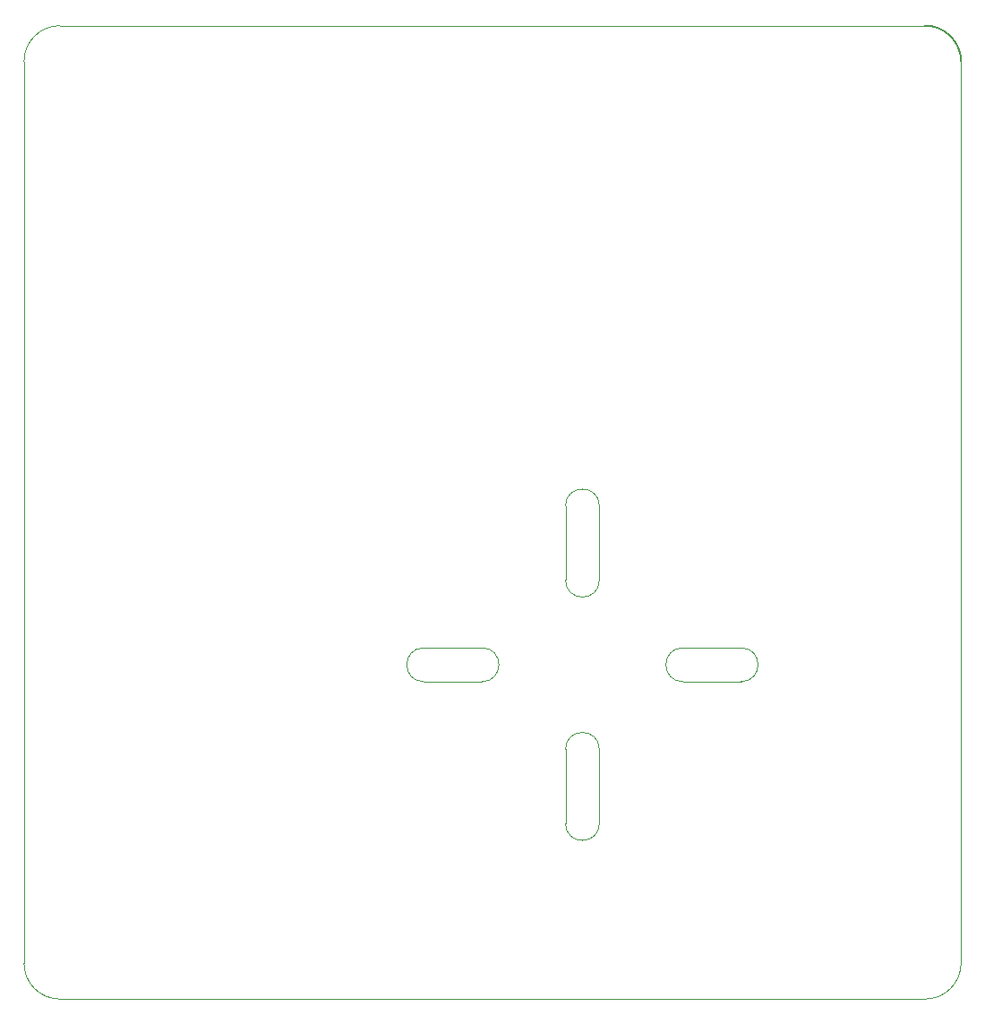
<source format=gbr>
%TF.GenerationSoftware,KiCad,Pcbnew,(6.0.1)*%
%TF.CreationDate,2023-03-02T15:38:04+08:00*%
%TF.ProjectId,Scroller Motor 1,5363726f-6c6c-4657-9220-4d6f746f7220,rev?*%
%TF.SameCoordinates,Original*%
%TF.FileFunction,Profile,NP*%
%FSLAX46Y46*%
G04 Gerber Fmt 4.6, Leading zero omitted, Abs format (unit mm)*
G04 Created by KiCad (PCBNEW (6.0.1)) date 2023-03-02 15:38:04*
%MOMM*%
%LPD*%
G01*
G04 APERTURE LIST*
%TA.AperFunction,Profile*%
%ADD10C,0.100000*%
%TD*%
%TA.AperFunction,Profile*%
%ADD11C,0.200000*%
%TD*%
%TA.AperFunction,Profile*%
%ADD12C,0.120000*%
%TD*%
G04 APERTURE END LIST*
D10*
X74200000Y-155200000D02*
X74200000Y-70000000D01*
X159400000Y-158600000D02*
X77600000Y-158600000D01*
X162800000Y-70000000D02*
X162800000Y-155200000D01*
X77600000Y-66600000D02*
X159400000Y-66600000D01*
X77600000Y-66600000D02*
G75*
G03*
X74200000Y-70000000I0J-3400000D01*
G01*
X74200000Y-155200000D02*
G75*
G03*
X77600000Y-158600000I3400000J0D01*
G01*
X159400000Y-158600000D02*
G75*
G03*
X162800000Y-155200000I0J3400000D01*
G01*
D11*
X162799999Y-70000000D02*
G75*
G03*
X159400000Y-66600000I-3399999J1D01*
G01*
D12*
%TO.C,Mnt0*%
X128600000Y-119000000D02*
X128600000Y-112000000D01*
X128600000Y-142000000D02*
X128600000Y-135000000D01*
X125400000Y-135000000D02*
X125400000Y-142000000D01*
X136500000Y-125400000D02*
X142000000Y-125400000D01*
X117500000Y-128600000D02*
X112000000Y-128600000D01*
X112000000Y-125400000D02*
X117500000Y-125400000D01*
X125400000Y-112000000D02*
X125400000Y-119000000D01*
X142000000Y-128600000D02*
X136500000Y-128600000D01*
X142000000Y-128600000D02*
G75*
G03*
X142000000Y-125400000I0J1600000D01*
G01*
X128600000Y-112000000D02*
G75*
G03*
X125400000Y-112000000I-1600000J0D01*
G01*
X136500000Y-125400000D02*
G75*
G03*
X136500000Y-128600000I0J-1600000D01*
G01*
X125400000Y-119000000D02*
G75*
G03*
X128600000Y-119000000I1600000J0D01*
G01*
X112000000Y-125400000D02*
G75*
G03*
X112000000Y-128600000I0J-1600000D01*
G01*
X128600000Y-135000000D02*
G75*
G03*
X125400000Y-135000000I-1600000J0D01*
G01*
X117500000Y-128600000D02*
G75*
G03*
X117500000Y-125400000I0J1600000D01*
G01*
X125400000Y-142000000D02*
G75*
G03*
X128600000Y-142000000I1600000J0D01*
G01*
%TD*%
M02*

</source>
